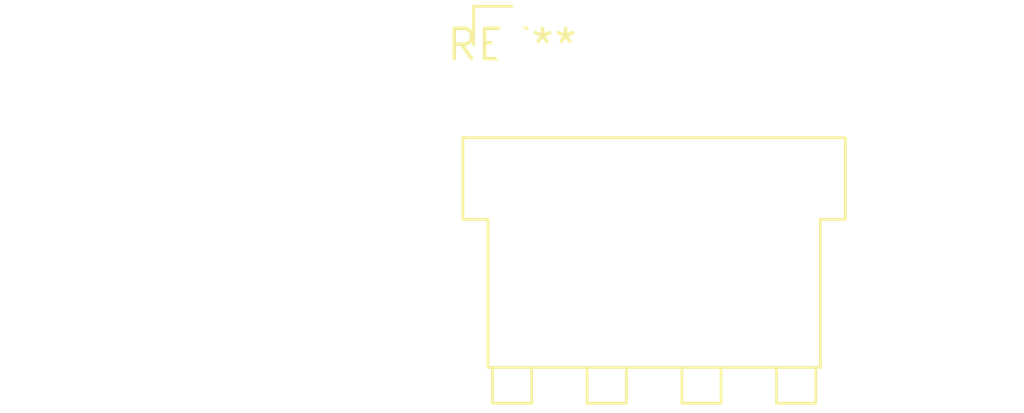
<source format=kicad_pcb>
(kicad_pcb (version 20240108) (generator pcbnew)
  (layers (0 "F.Cu" signal) (31 "B.Cu" signal) (34 "B.Paste" user) (35 "F.Paste" user) (36 "B.SilkS" user "B.Silkscreen") (37 "F.SilkS" user "F.Silkscreen") (38 "B.Mask" user) (39 "F.Mask" user) (44 "Edge.Cuts" user))
  (net 0 "")
  (footprint "JST_VH_B4PS-VH_1x04_P3.96mm_Horizontal" (layer "F.Cu") (at 0 0)
    (property "Reference" "REF**")
    (property "Value" "JST_VH_B4PS-VH_1x04_P3.96mm_Horizontal")
    (fp_line (start -2.06 3.89) (end 13.94 3.89) (layer "F.SilkS") (stroke (width 0.12)))
    (fp_line (start -2.06 7.31) (end -2.06 3.89) (layer "F.SilkS") (stroke (width 0.12)))
    (fp_line (start -1.61 -1.61) (end -1.61 0) (layer "F.SilkS") (stroke (width 0.12)))
    (fp_line (start -1.01 7.31) (end -2.06 7.31) (layer "F.SilkS") (stroke (width 0.12)))
    (fp_line (start -1.01 13.51) (end -1.01 7.31) (layer "F.SilkS") (stroke (width 0.12)))
    (fp_line (start -0.82 13.51) (end -0.82 15.01) (layer "F.SilkS") (stroke (width 0.12)))
    (fp_line (start -0.82 15.01) (end 0.82 15.01) (layer "F.SilkS") (stroke (width 0.12)))
    (fp_line (start 0 -1.61) (end -1.61 -1.61) (layer "F.SilkS") (stroke (width 0.12)))
    (fp_line (start 0.82 15.01) (end 0.82 13.51) (layer "F.SilkS") (stroke (width 0.12)))
    (fp_line (start 3.14 13.51) (end 3.14 15.01) (layer "F.SilkS") (stroke (width 0.12)))
    (fp_line (start 3.14 15.01) (end 4.78 15.01) (layer "F.SilkS") (stroke (width 0.12)))
    (fp_line (start 4.78 15.01) (end 4.78 13.51) (layer "F.SilkS") (stroke (width 0.12)))
    (fp_line (start 7.1 13.51) (end 7.1 15.01) (layer "F.SilkS") (stroke (width 0.12)))
    (fp_line (start 7.1 15.01) (end 8.74 15.01) (layer "F.SilkS") (stroke (width 0.12)))
    (fp_line (start 8.74 15.01) (end 8.74 13.51) (layer "F.SilkS") (stroke (width 0.12)))
    (fp_line (start 11.06 13.51) (end 11.06 15.01) (layer "F.SilkS") (stroke (width 0.12)))
    (fp_line (start 11.06 15.01) (end 12.7 15.01) (layer "F.SilkS") (stroke (width 0.12)))
    (fp_line (start 12.7 15.01) (end 12.7 13.51) (layer "F.SilkS") (stroke (width 0.12)))
    (fp_line (start 12.89 7.31) (end 12.89 13.51) (layer "F.SilkS") (stroke (width 0.12)))
    (fp_line (start 12.89 13.51) (end -1.01 13.51) (layer "F.SilkS") (stroke (width 0.12)))
    (fp_line (start 13.94 3.89) (end 13.94 7.31) (layer "F.SilkS") (stroke (width 0.12)))
    (fp_line (start 13.94 7.31) (end 12.89 7.31) (layer "F.SilkS") (stroke (width 0.12)))
    (pad "1" thru_hole roundrect (at 0 0) (size 2.7 2.7) (drill 1.7) (layers *.Cu *.Mask) (remove_unused_layers) (roundrect_rratio 0.092593))
    (pad "2" thru_hole circle (at 3.96 0) (size 2.7 2.7) (drill 1.7) (layers *.Cu *.Mask) (remove_unused_layers))
    (pad "3" thru_hole circle (at 7.92 0) (size 2.7 2.7) (drill 1.7) (layers *.Cu *.Mask) (remove_unused_layers))
    (pad "4" thru_hole circle (at 11.88 0) (size 2.7 2.7) (drill 1.7) (layers *.Cu *.Mask) (remove_unused_layers))
  )
)
</source>
